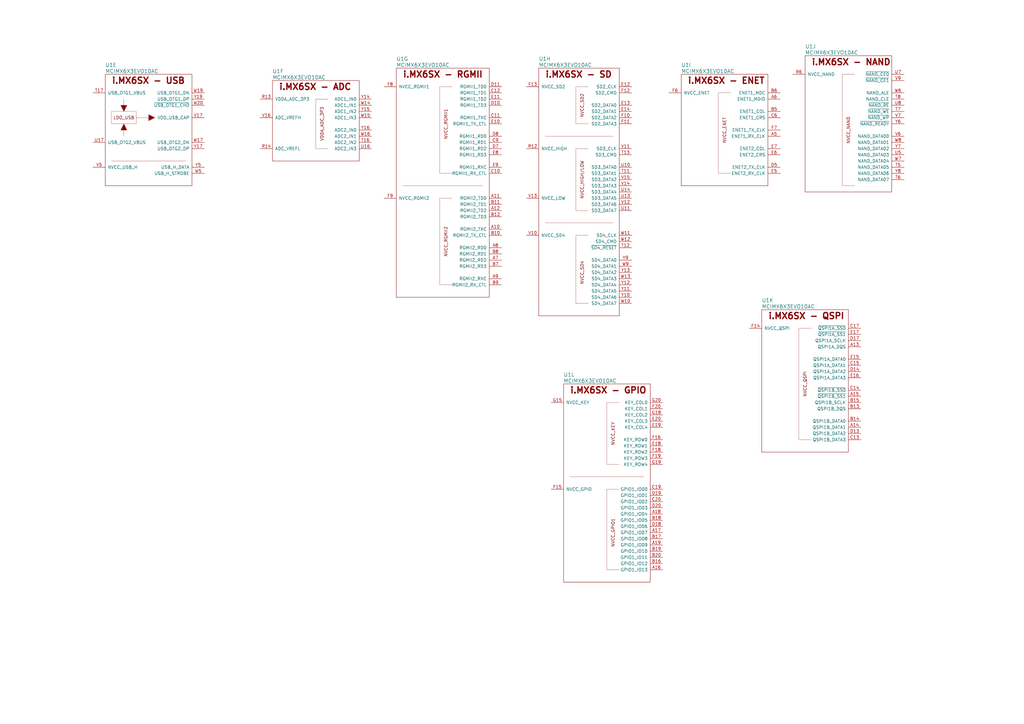
<source format=kicad_sch>
(kicad_sch (version 20210126) (generator eeschema)
  (paper "A3")
  (lib_symbols
    (symbol "symbol:iMX6SoloX_17x17_NP_BGA400" (pin_names (offset 1.016))
      (property "Reference" "U" (at 5.08 6.35 0))
      (property "Value" "iMX6SoloX_17x17_NP_BGA400" (at 5.08 3.81 0))
      (symbol "iMX6SoloX_17x17_NP_BGA400_1_0"
        (text "i.MX6SX - POWER" (at 7.62 0 0) (effects (font (size 2.54 2.54) bold) (justify left)))
        (text "LDO_1P1" (at 35.56 -78.74 0) (effects (font (size 1.27 1.27))))
        (text "LDO_2P5" (at 35.56 -71.12 0) (effects (font (size 1.27 1.27))))
        (text "LDO_ARM" (at 33.02 -10.16 0) (effects (font (size 1.27 1.27))))
        (text "LDO_PCIE" (at 35.56 -63.5 0) (effects (font (size 1.27 1.27))))
        (text "LDO_SNSV" (at 35.56 -86.36 0) (effects (font (size 1.27 1.27))))
        (text "LDO_SOC" (at 33.02 -35.56 0) (effects (font (size 1.27 1.27))))
        (rectangle (start 27.94 -33.02) (end 38.1 -38.1) (stroke (width 0.0006)))
        (rectangle (start 27.94 -7.62) (end 38.1 -12.7) (stroke (width 0.0006)))
        (rectangle (start 30.48 -83.82) (end 40.64 -88.9) (stroke (width 0.0006)))
        (rectangle (start 30.48 -76.2) (end 40.64 -81.28) (stroke (width 0.0006)))
        (rectangle (start 30.48 -68.58) (end 40.64 -73.66) (stroke (width 0.0006)))
        (rectangle (start 30.48 -60.96) (end 40.64 -66.04) (stroke (width 0.0006)))
        (polyline (pts (xy 20.32 -86.36) (xy 30.48 -86.36)) (stroke (width 0.0006)))
        (polyline (pts (xy 20.32 -71.12) (xy 30.48 -71.12)) (stroke (width 0.0006)))
        (polyline (pts (xy 20.32 -35.56) (xy 27.94 -35.56)) (stroke (width 0.0006)))
        (polyline (pts (xy 20.32 -10.16) (xy 27.94 -10.16)) (stroke (width 0.0006)))
        (polyline (pts (xy 22.86 -78.74) (xy 22.86 -71.12)) (stroke (width 0.0006)))
        (polyline (pts (xy 22.86 -78.74) (xy 30.48 -78.74)) (stroke (width 0.0006)))
        (polyline (pts (xy 22.86 -63.5) (xy 22.86 -35.56)) (stroke (width 0.0006)))
        (polyline (pts (xy 22.86 -63.5) (xy 30.48 -63.5)) (stroke (width 0.0006)))
        (polyline (pts (xy 38.1 -35.56) (xy 45.72 -35.56)) (stroke (width 0.0006)))
        (polyline (pts (xy 38.1 -10.16) (xy 45.72 -10.16)) (stroke (width 0.0006)))
        (polyline (pts (xy 40.64 -86.36) (xy 48.26 -86.36)) (stroke (width 0.0006)))
        (polyline (pts (xy 40.64 -78.74) (xy 48.26 -78.74)) (stroke (width 0.0006)))
        (polyline (pts (xy 40.64 -71.12) (xy 45.72 -71.12)) (stroke (width 0.0006)))
        (polyline (pts (xy 40.64 -63.5) (xy 48.26 -63.5)) (stroke (width 0.0006)))
        (polyline (pts (xy 17.78 -66.04) (xy 20.32 -66.04) (xy 20.32 -76.2) (xy 17.78 -76.2)) (stroke (width 0.0006)))
        (polyline (pts (xy 17.78 -27.94) (xy 20.32 -27.94) (xy 20.32 -48.26) (xy 17.78 -48.26)) (stroke (width 0.0006)))
        (polyline (pts (xy 17.78 -5.08) (xy 20.32 -5.08) (xy 20.32 -17.78) (xy 17.78 -17.78)) (stroke (width 0.0006)))
        (polyline (pts (xy 48.26 -68.58) (xy 45.72 -68.58) (xy 45.72 -73.66) (xy 48.26 -73.66)) (stroke (width 0.0006)))
        (polyline (pts (xy 48.26 -27.94) (xy 45.72 -27.94) (xy 45.72 -58.42) (xy 48.26 -58.42)) (stroke (width 0.0006)))
        (polyline (pts (xy 48.26 -2.54) (xy 45.72 -2.54) (xy 45.72 -22.86) (xy 48.26 -22.86)) (stroke (width 0.0006)))
        (polyline (pts (xy 25.4 -34.29) (xy 27.94 -35.56) (xy 25.4 -36.83) (xy 25.4 -34.29)) (stroke (width 0.0006)) (fill (type outline)))
        (polyline (pts (xy 25.4 -8.89) (xy 27.94 -10.16) (xy 25.4 -11.43) (xy 25.4 -8.89)) (stroke (width 0.0006)) (fill (type outline)))
        (polyline (pts (xy 27.94 -85.09) (xy 30.48 -86.36) (xy 27.94 -87.63) (xy 27.94 -85.09)) (stroke (width 0.0006)) (fill (type outline)))
        (polyline (pts (xy 27.94 -77.47) (xy 30.48 -78.74) (xy 27.94 -80.01) (xy 27.94 -77.47)) (stroke (width 0.0006)) (fill (type outline)))
        (polyline (pts (xy 27.94 -69.85) (xy 30.48 -71.12) (xy 27.94 -72.39) (xy 27.94 -69.85)) (stroke (width 0.0006)) (fill (type outline)))
        (polyline (pts (xy 27.94 -62.23) (xy 30.48 -63.5) (xy 27.94 -64.77) (xy 27.94 -62.23)) (stroke (width 0.0006)) (fill (type outline)))
        (polyline (pts (xy 45.72 -71.12) (xy 43.18 -69.85) (xy 43.18 -72.39) (xy 45.72 -71.12)) (stroke (width 0.0006)) (fill (type outline)))
        (polyline (pts (xy 45.72 -35.56) (xy 43.18 -34.29) (xy 43.18 -36.83) (xy 45.72 -35.56)) (stroke (width 0.0006)) (fill (type outline)))
        (polyline (pts (xy 45.72 -10.16) (xy 43.18 -8.89) (xy 43.18 -11.43) (xy 45.72 -10.16)) (stroke (width 0.0006)) (fill (type outline)))
        (polyline (pts (xy 48.26 -86.36) (xy 45.72 -85.09) (xy 45.72 -87.63) (xy 48.26 -86.36)) (stroke (width 0.0006)) (fill (type outline)))
        (polyline (pts (xy 48.26 -63.5) (xy 45.72 -62.23) (xy 45.72 -64.77) (xy 48.26 -63.5)) (stroke (width 0.0006)) (fill (type outline)))
        (polyline (pts (xy 50.8 -78.74) (xy 48.26 -77.47) (xy 48.26 -80.01) (xy 50.8 -78.74)) (stroke (width 0.0006)) (fill (type outline)))
      )
      (symbol "iMX6SoloX_17x17_NP_BGA400_1_1"
        (rectangle (start 5.08 2.54) (end 63.5 -182.88))
        (pin passive line (at 0 -93.98 0) (length 5.08) (name "GND") (number "A1"))
        (pin passive line (at 0 -96.52 0) (length 5.08) (name "GND") (number "A20"))
        (pin passive line (at 68.58 -2.54 180) (length 5.08) (name "VDD_ARM_CAP") (number "C16"))
        (pin passive line (at 0 -104.14 0) (length 5.08) (name "GND") (number "C18"))
        (pin passive line (at 0 -99.06 0) (length 5.08) (name "GND") (number "C3"))
        (pin passive line (at 0 -101.6 0) (length 5.08) (name "GND") (number "C4"))
        (pin passive line (at 0 -27.94 0) (length 5.08) (name "VDD_SOC_IN") (number "C7"))
        (pin passive line (at 0 -30.48 0) (length 5.08) (name "VDD_SOC_IN") (number "C8"))
        (pin passive line (at 0 -111.76 0) (length 5.08) (name "GND") (number "D12"))
        (pin passive line (at 0 -114.3 0) (length 5.08) (name "GND") (number "D15"))
        (pin passive line (at 68.58 -5.08 180) (length 5.08) (name "VDD_ARM_CAP") (number "D16"))
        (pin passive line (at 0 -106.68 0) (length 5.08) (name "GND") (number "D6"))
        (pin passive line (at 0 -109.22 0) (length 5.08) (name "GND") (number "D9"))
        (pin passive line (at 0 -116.84 0) (length 5.08) (name "GND") (number "E3"))
        (pin passive line (at 0 -124.46 0) (length 5.08) (name "GND") (number "F17"))
        (pin passive line (at 0 -119.38 0) (length 5.08) (name "GND") (number "F3"))
        (pin passive line (at 0 -121.92 0) (length 5.08) (name "GND") (number "F5"))
        (pin passive line (at 0 -134.62 0) (length 5.08) (name "GND") (number "G10"))
        (pin passive line (at 0 -137.16 0) (length 5.08) (name "GND") (number "G11"))
        (pin passive line (at 0 -139.7 0) (length 5.08) (name "GND") (number "G12"))
        (pin passive line (at 0 -142.24 0) (length 5.08) (name "GND") (number "G13"))
        (pin passive line (at 0 -144.78 0) (length 5.08) (name "GND") (number "G14"))
        (pin passive line (at 0 -127 0) (length 5.08) (name "GND") (number "G7"))
        (pin passive line (at 0 -129.54 0) (length 5.08) (name "GND") (number "G8"))
        (pin passive line (at 0 -132.08 0) (length 5.08) (name "GND") (number "G9"))
        (pin passive line (at 68.58 -7.62 180) (length 5.08) (name "VDD_ARM_CAP") (number "H10"))
        (pin passive line (at 68.58 -10.16 180) (length 5.08) (name "VDD_ARM_CAP") (number "H11"))
        (pin passive line (at 68.58 -12.7 180) (length 5.08) (name "VDD_ARM_CAP") (number "H12"))
        (pin passive line (at 68.58 -15.24 180) (length 5.08) (name "VDD_ARM_CAP") (number "H13"))
        (pin passive line (at 0 -152.4 0) (length 5.08) (name "GND") (number "H14"))
        (pin passive line (at 0 -5.08 0) (length 5.08) (name "VDD_ARM_IN") (number "H18"))
        (pin passive line (at 0 -147.32 0) (length 5.08) (name "GND") (number "H3"))
        (pin passive line (at 0 -149.86 0) (length 5.08) (name "GND") (number "H7"))
        (pin passive line (at 68.58 -27.94 180) (length 5.08) (name "VDD_SOC_CAP") (number "H8"))
        (pin passive line (at 68.58 -30.48 180) (length 5.08) (name "VDD_SOC_CAP") (number "H9"))
        (pin passive line (at 0 -7.62 0) (length 5.08) (name "VDD_ARM_IN") (number "J10"))
        (pin passive line (at 0 -10.16 0) (length 5.08) (name "VDD_ARM_IN") (number "J11"))
        (pin passive line (at 0 -12.7 0) (length 5.08) (name "VDD_ARM_IN") (number "J12"))
        (pin passive line (at 68.58 -17.78 180) (length 5.08) (name "VDD_ARM_CAP") (number "J13"))
        (pin passive line (at 0 -157.48 0) (length 5.08) (name "GND") (number "J14"))
        (pin passive line (at 0 -160.02 0) (length 5.08) (name "GND") (number "J17"))
        (pin passive line (at 0 -154.94 0) (length 5.08) (name "GND") (number "J7"))
        (pin passive line (at 68.58 -33.02 180) (length 5.08) (name "VDD_SOC_CAP") (number "J8"))
        (pin passive line (at 0 -33.02 0) (length 5.08) (name "VDD_SOC_IN") (number "J9"))
        (pin passive line (at 0 -165.1 0) (length 5.08) (name "GND") (number "K10"))
        (pin passive line (at 0 -167.64 0) (length 5.08) (name "GND") (number "K11"))
        (pin passive line (at 0 -15.24 0) (length 5.08) (name "VDD_ARM_IN") (number "K12"))
        (pin passive line (at 68.58 -20.32 180) (length 5.08) (name "VDD_ARM_CAP") (number "K13"))
        (pin passive line (at 0 -170.18 0) (length 5.08) (name "GND") (number "K14"))
        (pin passive line (at 0 -162.56 0) (length 5.08) (name "GND") (number "K3"))
        (pin passive line (at 68.58 -35.56 180) (length 5.08) (name "VDD_SOC_CAP") (number "K8"))
        (pin passive line (at 0 -35.56 0) (length 5.08) (name "VDD_SOC_IN") (number "K9"))
        (pin passive line (at 0 -177.8 0) (length 5.08) (name "GND") (number "L10"))
        (pin passive line (at 68.58 -93.98 180) (length 5.08) (name "GND") (number "L11"))
        (pin passive line (at 0 -17.78 0) (length 5.08) (name "VDD_ARM_IN") (number "L12"))
        (pin passive line (at 68.58 -22.86 180) (length 5.08) (name "VDD_ARM_CAP") (number "L13"))
        (pin passive line (at 68.58 -96.52 180) (length 5.08) (name "GND") (number "L14"))
        (pin passive line (at 68.58 -63.5 180) (length 5.08) (name "PCIE_VP_CAP") (number "L18"))
        (pin passive line (at 0 -172.72 0) (length 5.08) (name "GND") (number "L3"))
        (pin passive line (at 0 -175.26 0) (length 5.08) (name "GND") (number "L7"))
        (pin passive line (at 68.58 -38.1 180) (length 5.08) (name "VDD_SOC_CAP") (number "L8"))
        (pin passive line (at 0 -38.1 0) (length 5.08) (name "VDD_SOC_IN") (number "L9"))
        (pin passive line (at 0 -43.18 0) (length 5.08) (name "VDD_SOC_IN") (number "M10"))
        (pin passive line (at 0 -45.72 0) (length 5.08) (name "VDD_SOC_IN") (number "M11"))
        (pin passive line (at 0 -48.26 0) (length 5.08) (name "VDD_SOC_IN") (number "M12"))
        (pin passive line (at 68.58 -43.18 180) (length 5.08) (name "VDD_SOC_CAP") (number "M13"))
        (pin passive line (at 68.58 -101.6 180) (length 5.08) (name "GND") (number "M14"))
        (pin passive line (at 68.58 -104.14 180) (length 5.08) (name "GND") (number "M17"))
        (pin passive line (at 68.58 -99.06 180) (length 5.08) (name "GND") (number "M7"))
        (pin passive line (at 68.58 -40.64 180) (length 5.08) (name "VDD_SOC_CAP") (number "M8"))
        (pin passive line (at 0 -40.64 0) (length 5.08) (name "VDD_SOC_IN") (number "M9"))
        (pin passive line (at 68.58 -50.8 180) (length 5.08) (name "VDD_SOC_CAP") (number "N10"))
        (pin passive line (at 68.58 -53.34 180) (length 5.08) (name "VDD_SOC_CAP") (number "N11"))
        (pin passive line (at 68.58 -55.88 180) (length 5.08) (name "VDD_SOC_CAP") (number "N12"))
        (pin passive line (at 68.58 -111.76 180) (length 5.08) (name "GND") (number "N13"))
        (pin passive line (at 68.58 -68.58 180) (length 5.08) (name "VDD_HIGH_CAP") (number "N17"))
        (pin passive line (at 68.58 -73.66 180) (length 5.08) (name "VDD_HIGH_CAP") (number "N18"))
        (pin passive line (at 68.58 -106.68 180) (length 5.08) (name "GND") (number "N3"))
        (pin passive line (at 68.58 -109.22 180) (length 5.08) (name "GND") (number "N7"))
        (pin passive line (at 68.58 -45.72 180) (length 5.08) (name "VDD_SOC_CAP") (number "N8"))
        (pin passive line (at 68.58 -48.26 180) (length 5.08) (name "VDD_SOC_CAP") (number "N9"))
        (pin passive line (at 68.58 -121.92 180) (length 5.08) (name "GND") (number "P10"))
        (pin passive line (at 68.58 -124.46 180) (length 5.08) (name "GND") (number "P11"))
        (pin passive line (at 68.58 -127 180) (length 5.08) (name "GND") (number "P12"))
        (pin passive line (at 68.58 -177.8 180) (length 5.08) (name "NGND_KEL0") (number "P13"))
        (pin passive line (at 0 -68.58 0) (length 5.08) (name "VDD_HIGH_IN") (number "P17"))
        (pin passive line (at 0 -73.66 0) (length 5.08) (name "VDD_HIGH_IN") (number "P18"))
        (pin passive line (at 68.58 -114.3 180) (length 5.08) (name "GND") (number "P7"))
        (pin passive line (at 68.58 -116.84 180) (length 5.08) (name "GND") (number "P8"))
        (pin passive line (at 68.58 -119.38 180) (length 5.08) (name "GND") (number "P9"))
        (pin passive line (at 68.58 -134.62 180) (length 5.08) (name "GND") (number "R17"))
        (pin passive line (at 0 -86.36 0) (length 5.08) (name "VDD_SNVS_IN") (number "R18"))
        (pin passive line (at 68.58 -137.16 180) (length 5.08) (name "GND") (number "R19"))
        (pin passive line (at 68.58 -139.7 180) (length 5.08) (name "GND") (number "R20"))
        (pin passive line (at 68.58 -129.54 180) (length 5.08) (name "GND") (number "R3"))
        (pin passive line (at 68.58 -132.08 180) (length 5.08) (name "GND") (number "R5"))
        (pin passive line (at 68.58 -86.36 180) (length 5.08) (name "VDD_SNVS_CAP") (number "T18"))
        (pin passive line (at 68.58 -142.24 180) (length 5.08) (name "GND") (number "T3"))
        (pin passive line (at 68.58 -149.86 180) (length 5.08) (name "GND") (number "U12"))
        (pin passive line (at 68.58 -152.4 180) (length 5.08) (name "GND") (number "U15"))
        (pin passive line (at 68.58 -78.74 180) (length 5.08) (name "NVCC_PLL") (number "U18"))
        (pin passive line (at 68.58 -154.94 180) (length 5.08) (name "GND") (number "U19"))
        (pin passive line (at 68.58 -157.48 180) (length 5.08) (name "GND") (number "U20"))
        (pin passive line (at 68.58 -144.78 180) (length 5.08) (name "GND") (number "U6"))
        (pin passive line (at 68.58 -147.32 180) (length 5.08) (name "GND") (number "U9"))
        (pin passive line (at 68.58 -165.1 180) (length 5.08) (name "GND") (number "V18"))
        (pin passive line (at 68.58 -160.02 180) (length 5.08) (name "GND") (number "V3"))
        (pin passive line (at 68.58 -162.56 180) (length 5.08) (name "GND") (number "V4"))
        (pin passive line (at 68.58 -58.42 180) (length 5.08) (name "VDD_SOC_CAP") (number "V8"))
        (pin passive line (at 68.58 -167.64 180) (length 5.08) (name "GND") (number "W18"))
        (pin passive line (at 68.58 -170.18 180) (length 5.08) (name "GND") (number "Y1"))
        (pin passive line (at 68.58 -172.72 180) (length 5.08) (name "GND") (number "Y18"))
        (pin passive line (at 68.58 -175.26 180) (length 5.08) (name "GND") (number "Y20"))
      )
      (symbol "iMX6SoloX_17x17_NP_BGA400_2_0"
        (text "i.MX6SX - CONTROL" (at 7.62 0 0) (effects (font (size 2.54 2.54) bold) (justify left)))
        (polyline (pts (xy 15.24 -50.8) (xy 20.32 -50.8) (xy 20.32 -66.04) (xy 15.24 -66.04)) (stroke (width 0.0006)))
        (polyline (pts (xy 15.24 -38.1) (xy 20.32 -38.1) (xy 20.32 -48.26) (xy 15.24 -48.26)) (stroke (width 0.0006)))
        (polyline (pts (xy 25.4 -5.08) (xy 30.48 -5.08) (xy 30.48 -33.02) (xy 25.4 -33.02)) (stroke (width 0.0006)))
        (polyline (pts (xy 38.1 -50.8) (xy 33.02 -50.8) (xy 33.02 -66.04) (xy 38.1 -66.04)) (stroke (width 0.0006)))
        (polyline (pts (xy 38.1 -25.4) (xy 33.02 -25.4) (xy 33.02 -40.64) (xy 38.1 -40.64)) (stroke (width 0.0006)))
        (polyline (pts (xy 38.1 -10.16) (xy 33.02 -10.16) (xy 33.02 -22.86) (xy 38.1 -22.86)) (stroke (width 0.0006)))
      )
      (symbol "iMX6SoloX_17x17_NP_BGA400_2_1"
        (text "NVCC_JTAG" (at 35.56 -16.51 900) (effects (font (size 1.27 1.27))))
        (text "NVCC_PLL" (at 17.78 -43.18 900) (effects (font (size 1.27 1.27))))
        (text "VDD_NVCC_CAP" (at 17.78 -58.42 900) (effects (font (size 1.27 1.27))))
        (text "VDD_SNVS_IN" (at 27.94 -17.78 900) (effects (font (size 1.27 1.27))))
        (text "VDDHIGH_CAP" (at 35.56 -33.02 900) (effects (font (size 1.27 1.27))))
        (text "VDDHIGH_IN" (at 35.56 -58.42 900) (effects (font (size 1.27 1.27))))
        (rectangle (start 5.08 2.54) (end 50.8 -68.58))
        (pin passive line (at 0 -20.32 0) (length 5.08) (name "TEST_MODE") (number "N14"))
        (pin passive line (at 0 -12.7 0) (length 5.08) (name "BOOT_MODE0") (number "N15"))
        (pin passive line (at 0 -30.48 0) (length 5.08) (name "CCM_PMIC_STBY_REQ") (number "N16"))
        (pin passive line (at 0 -15.24 0) (length 5.08) (name "BOOT_MODE1") (number "P14"))
        (pin passive line (at 0 -25.4 0) (length 5.08) (name "SNVS_TAMPER") (number "P15"))
        (pin passive line (at 0 -33.02 0) (length 5.08) (name "SNVS_PMIC_ON_REQ") (number "P16"))
        (pin passive line (at 55.88 -30.48 180) (length 5.08) (name "CCM_CLK1_N") (number "P19"))
        (pin passive line (at 55.88 -35.56 180) (length 5.08) (name "CCM_CLK1_P") (number "P20"))
        (pin passive line (at 55.88 -15.24 180) (length 5.08) (name "JTAG_TDI") (number "R10"))
        (pin passive line (at 55.88 -5.08 180) (length 5.08) (name "NVCC_JTAG") (number "R11"))
        (pin passive line (at 0 -5.08 0) (length 5.08) (name "ONOFF") (number "R15"))
        (pin passive line (at 0 -7.62 0) (length 5.08) (name "~POR") (number "R16"))
        (pin passive line (at 55.88 -22.86 180) (length 5.08) (name "JTAG_MOD") (number "R7"))
        (pin passive line (at 55.88 -17.78 180) (length 5.08) (name "JTAG_TDO") (number "R8"))
        (pin passive line (at 55.88 -10.16 180) (length 5.08) (name "JTAG_TCK") (number "R9"))
        (pin passive line (at 55.88 -12.7 180) (length 5.08) (name "JTAG_TMS") (number "T10"))
        (pin passive line (at 55.88 -53.34 180) (length 5.08) (name "CCM_CLK2") (number "T14"))
        (pin passive line (at 55.88 -63.5 180) (length 5.08) (name "GPANAIO") (number "T15"))
        (pin passive line (at 0 -40.64 0) (length 5.08) (name "XTALI") (number "T19"))
        (pin passive line (at 0 -45.72 0) (length 5.08) (name "XTALO") (number "T20"))
        (pin passive line (at 55.88 -20.32 180) (length 5.08) (name "~JTAG_TRST") (number "T9"))
        (pin passive line (at 0 -55.88 0) (length 5.08) (name "RTC_XTALI") (number "V19"))
        (pin passive line (at 0 -60.96 0) (length 5.08) (name "RTC_XTALO") (number "V20"))
      )
      (symbol "iMX6SoloX_17x17_NP_BGA400_3_0"
        (text "i.MX6SX - DDR" (at 7.62 0 0) (effects (font (size 2.54 2.54) bold) (justify left)))
      )
      (symbol "iMX6SoloX_17x17_NP_BGA400_3_1"
        (rectangle (start 5.08 2.54) (end 40.64 -149.86))
        (pin passive line (at 0 -96.52 0) (length 5.08) (name "DRAM_DATA24") (number "A2"))
        (pin passive line (at 0 -121.92 0) (length 5.08) (name "DRAM_DQM3") (number "A3"))
        (pin passive line (at 0 -114.3 0) (length 5.08) (name "DRAM_DATA31") (number "A4"))
        (pin passive line (at 0 -116.84 0) (length 5.08) (name "DRAM_SDQS3_P") (number "B1"))
        (pin passive line (at 0 -119.38 0) (length 5.08) (name "DRAM_SDQS3_N") (number "B2"))
        (pin passive line (at 0 -109.22 0) (length 5.08) (name "DRAM_DATA29") (number "B3"))
        (pin passive line (at 0 -111.76 0) (length 5.08) (name "DRAM_DATA30") (number "B4"))
        (pin passive line (at 0 -101.6 0) (length 5.08) (name "DRAM_DATA26") (number "C1"))
        (pin passive line (at 0 -106.68 0) (length 5.08) (name "DRAM_DATA28") (number "C2"))
        (pin passive line (at 45.72 -144.78 180) (length 5.08) (name "DRAM_ZQPAD") (number "C5"))
        (pin passive line (at 0 -99.06 0) (length 5.08) (name "DRAM_DATA25") (number "D1"))
        (pin passive line (at 0 -104.14 0) (length 5.08) (name "DRAM_DATA27") (number "D2"))
        (pin passive line (at 45.72 -66.04 180) (length 5.08) (name "~DRAM_CS1") (number "D3"))
        (pin passive line (at 45.72 -106.68 180) (length 5.08) (name "DRAM_RESET") (number "D4"))
        (pin passive line (at 0 -53.34 0) (length 5.08) (name "DRAM_DATA15") (number "E1"))
        (pin passive line (at 0 -50.8 0) (length 5.08) (name "DRAM_DATA14") (number "E2"))
        (pin passive line (at 45.72 -88.9 180) (length 5.08) (name "DRAM_SDCKE1") (number "E4"))
        (pin passive line (at 0 -48.26 0) (length 5.08) (name "DRAM_DATA13") (number "F1"))
        (pin passive line (at 0 -38.1 0) (length 5.08) (name "DRAM_DATA09") (number "F2"))
        (pin passive line (at 45.72 -22.86 180) (length 5.08) (name "DRAM_ADDR07") (number "F4"))
        (pin passive line (at 0 -55.88 0) (length 5.08) (name "DRAM_SDQS1_P") (number "G1"))
        (pin passive line (at 0 -60.96 0) (length 5.08) (name "DRAM_DQM1") (number "G2"))
        (pin passive line (at 45.72 -48.26 180) (length 5.08) (name "DRAM_SDBA0") (number "G3"))
        (pin passive line (at 45.72 -17.78 180) (length 5.08) (name "DRAM_ADDR05") (number "G4"))
        (pin passive line (at 45.72 -12.7 180) (length 5.08) (name "DRAM_ADDR03") (number "G5"))
        (pin passive line (at 0 -127 0) (length 5.08) (name "NVCC_DRAM") (number "G6"))
        (pin passive line (at 0 -35.56 0) (length 5.08) (name "DRAM_DATA08") (number "H1"))
        (pin passive line (at 0 -58.42 0) (length 5.08) (name "DRAM_SDQS1_N") (number "H2"))
        (pin passive line (at 45.72 -63.5 180) (length 5.08) (name "~DRAM_CS0") (number "H4"))
        (pin passive line (at 45.72 -73.66 180) (length 5.08) (name "~DRAM_RAS") (number "H5"))
        (pin passive line (at 0 -129.54 0) (length 5.08) (name "NVCC_DRAM") (number "H6"))
        (pin passive line (at 0 -45.72 0) (length 5.08) (name "DRAM_DATA12") (number "J1"))
        (pin passive line (at 0 -43.18 0) (length 5.08) (name "DRAM_DATA11") (number "J2"))
        (pin passive line (at 45.72 -137.16 180) (length 5.08) (name "DRAM_VREF") (number "J3"))
        (pin passive line (at 45.72 -76.2 180) (length 5.08) (name "~DRAM_CAS") (number "J4"))
        (pin passive line (at 45.72 -78.74 180) (length 5.08) (name "~DRAM_SDWE") (number "J5"))
        (pin passive line (at 0 -132.08 0) (length 5.08) (name "NVCC_DRAM") (number "J6"))
        (pin passive line (at 45.72 -116.84 180) (length 5.08) (name "DRAM_SDCLK0_P") (number "K1"))
        (pin passive line (at 0 -40.64 0) (length 5.08) (name "DRAM_DATA10") (number "K2"))
        (pin passive line (at 45.72 -53.34 180) (length 5.08) (name "DRAM_SDBA2") (number "K4"))
        (pin passive line (at 45.72 -10.16 180) (length 5.08) (name "DRAM_ADDR02") (number "K5"))
        (pin passive line (at 0 -134.62 0) (length 5.08) (name "NVCC_DRAM") (number "K6"))
        (pin passive line (at 45.72 -127 180) (length 5.08) (name "NVCC_DRAM_2P5") (number "K7"))
        (pin passive line (at 45.72 -119.38 180) (length 5.08) (name "DRAM_SDCLK0_N") (number "L1"))
        (pin passive line (at 0 -20.32 0) (length 5.08) (name "DRAM_DATA06") (number "L2"))
        (pin passive line (at 45.72 -5.08 180) (length 5.08) (name "DRAM_ADDR00") (number "L4"))
        (pin passive line (at 45.72 -27.94 180) (length 5.08) (name "DRAM_ADDR09") (number "L5"))
        (pin passive line (at 0 -137.16 0) (length 5.08) (name "NVCC_DRAM") (number "L6"))
        (pin passive line (at 0 -15.24 0) (length 5.08) (name "DRAM_DATA04") (number "M1"))
        (pin passive line (at 0 -17.78 0) (length 5.08) (name "DRAM_DATA05") (number "M2"))
        (pin passive line (at 45.72 -15.24 180) (length 5.08) (name "DRAM_ADDR04") (number "M3"))
        (pin passive line (at 45.72 -38.1 180) (length 5.08) (name "DRAM_ADDR13") (number "M4"))
        (pin passive line (at 45.72 -25.4 180) (length 5.08) (name "DRAM_ADDR08") (number "M5"))
        (pin passive line (at 0 -139.7 0) (length 5.08) (name "NVCC_DRAM") (number "M6"))
        (pin passive line (at 0 -22.86 0) (length 5.08) (name "DRAM_DATA07") (number "N1"))
        (pin passive line (at 0 -30.48 0) (length 5.08) (name "DRAM_DQM0") (number "N2"))
        (pin passive line (at 45.72 -33.02 180) (length 5.08) (name "DRAM_ADDR11") (number "N4"))
        (pin passive line (at 45.72 -30.48 180) (length 5.08) (name "DRAM_ADDR10") (number "N5"))
        (pin passive line (at 0 -142.24 0) (length 5.08) (name "NVCC_DRAM") (number "N6"))
        (pin passive line (at 0 -25.4 0) (length 5.08) (name "DRAM_SDQS0_P") (number "P1"))
        (pin passive line (at 0 -27.94 0) (length 5.08) (name "DRAM_SDQS0_N") (number "P2"))
        (pin passive line (at 45.72 -50.8 180) (length 5.08) (name "DRAM_SDBA1") (number "P3"))
        (pin passive line (at 45.72 -35.56 180) (length 5.08) (name "DRAM_ADDR12") (number "P4"))
        (pin passive line (at 45.72 -86.36 180) (length 5.08) (name "DRAM_SDCKE0") (number "P5"))
        (pin passive line (at 0 -144.78 0) (length 5.08) (name "NVCC_DRAM") (number "P6"))
        (pin passive line (at 0 -5.08 0) (length 5.08) (name "DRAM_DATA00") (number "R1"))
        (pin passive line (at 0 -12.7 0) (length 5.08) (name "DRAM_DATA03") (number "R2"))
        (pin passive line (at 45.72 -40.64 180) (length 5.08) (name "DRAM_ADDR14") (number "R4"))
        (pin passive line (at 0 -10.16 0) (length 5.08) (name "DRAM_DATA02") (number "T1"))
        (pin passive line (at 0 -7.62 0) (length 5.08) (name "DRAM_DATA01") (number "T2"))
        (pin passive line (at 45.72 -20.32 180) (length 5.08) (name "DRAM_ADDR06") (number "T4"))
        (pin passive line (at 0 -81.28 0) (length 5.08) (name "DRAM_DATA22") (number "U1"))
        (pin passive line (at 0 -73.66 0) (length 5.08) (name "DRAM_DATA19") (number "U2"))
        (pin passive line (at 45.72 -93.98 180) (length 5.08) (name "DRAM_ODT0") (number "U3"))
        (pin passive line (at 45.72 -7.62 180) (length 5.08) (name "DRAM_ADDR01") (number "U4"))
        (pin passive line (at 0 -66.04 0) (length 5.08) (name "DRAM_DATA16") (number "V1"))
        (pin passive line (at 0 -83.82 0) (length 5.08) (name "DRAM_DATA23") (number "V2"))
        (pin passive line (at 0 -88.9 0) (length 5.08) (name "DRAM_SDQS2_N") (number "W1"))
        (pin passive line (at 0 -86.36 0) (length 5.08) (name "DRAM_SDQS2_P") (number "W2"))
        (pin passive line (at 0 -76.2 0) (length 5.08) (name "DRAM_DATA20") (number "W3"))
        (pin passive line (at 0 -68.58 0) (length 5.08) (name "DRAM_DATA17") (number "W4"))
        (pin passive line (at 0 -78.74 0) (length 5.08) (name "DRAM_DATA21") (number "Y2"))
        (pin passive line (at 0 -91.44 0) (length 5.08) (name "DRAM_DQM2") (number "Y3"))
        (pin passive line (at 0 -71.12 0) (length 5.08) (name "DRAM_DATA18") (number "Y4"))
      )
      (symbol "iMX6SoloX_17x17_NP_BGA400_4_0"
        (text "i.MX6SX - LCD1" (at 7.62 0 0) (effects (font (size 2.54 2.54) bold) (justify left)))
        (polyline (pts (xy 25.4 -5.08) (xy 20.32 -5.08) (xy 20.32 -81.28) (xy 25.4 -81.28)) (stroke (width 0.0006)))
      )
      (symbol "iMX6SoloX_17x17_NP_BGA400_4_1"
        (text "NVCC_LCD1" (at 22.86 -40.64 900) (effects (font (size 1.27 1.27))))
        (rectangle (start 5.08 2.54) (end 40.64 -86.36))
        (pin passive line (at 45.72 -81.28 180) (length 5.08) (name "LCD1_DATA23") (number "G16"))
        (pin passive line (at 45.72 -76.2 180) (length 5.08) (name "LCD1_DATA21") (number "G17"))
        (pin passive line (at 0 -5.08 0) (length 5.08) (name "NVCC_LCD1") (number "H15"))
        (pin passive line (at 45.72 -60.96 180) (length 5.08) (name "LCD1_DATA15") (number "H16"))
        (pin passive line (at 45.72 -73.66 180) (length 5.08) (name "LCD1_DATA20") (number "H17"))
        (pin passive line (at 45.72 -78.74 180) (length 5.08) (name "LCD1_DATA22") (number "H19"))
        (pin passive line (at 45.72 -63.5 180) (length 5.08) (name "LCD1_DATA16") (number "H20"))
        (pin passive line (at 45.72 -15.24 180) (length 5.08) (name "LCD1_VSYNC") (number "J15"))
        (pin passive line (at 45.72 -12.7 180) (length 5.08) (name "LCD1_HSYNC") (number "J16"))
        (pin passive line (at 45.72 -17.78 180) (length 5.08) (name "LCD1_RESET") (number "J18"))
        (pin passive line (at 45.72 -10.16 180) (length 5.08) (name "LCD1_ENABLE") (number "J19"))
        (pin passive line (at 45.72 -71.12 180) (length 5.08) (name "LCD1_DATA19") (number "J20"))
        (pin passive line (at 45.72 -55.88 180) (length 5.08) (name "LCD1_DATA13") (number "K15"))
        (pin passive line (at 45.72 -53.34 180) (length 5.08) (name "LCD1_DATA12") (number "K16"))
        (pin passive line (at 45.72 -58.42 180) (length 5.08) (name "LCD1_DATA14") (number "K17"))
        (pin passive line (at 45.72 -43.18 180) (length 5.08) (name "LCD1_DATA08") (number "K18"))
        (pin passive line (at 45.72 -66.04 180) (length 5.08) (name "LCD1_DATA17") (number "K19"))
        (pin passive line (at 45.72 -68.58 180) (length 5.08) (name "LCD1_DATA18") (number "K20"))
        (pin passive line (at 45.72 -50.8 180) (length 5.08) (name "LCD1_DATA11") (number "L15"))
        (pin passive line (at 45.72 -45.72 180) (length 5.08) (name "LCD1_DATA09") (number "L16"))
        (pin passive line (at 45.72 -5.08 180) (length 5.08) (name "LCD1_CLK") (number "L17"))
        (pin passive line (at 45.72 -48.26 180) (length 5.08) (name "LCD1_DATA10") (number "L19"))
        (pin passive line (at 45.72 -40.64 180) (length 5.08) (name "LCD1_DATA07") (number "L20"))
        (pin passive line (at 45.72 -38.1 180) (length 5.08) (name "LCD1_DATA06") (number "M15"))
        (pin passive line (at 45.72 -35.56 180) (length 5.08) (name "LCD1_DATA05") (number "M16"))
        (pin passive line (at 45.72 -25.4 180) (length 5.08) (name "LCD1_DATA01") (number "M18"))
        (pin passive line (at 45.72 -27.94 180) (length 5.08) (name "LCD1_DATA02") (number "M19"))
        (pin passive line (at 45.72 -22.86 180) (length 5.08) (name "LCD1_DATA00") (number "M20"))
        (pin passive line (at 45.72 -30.48 180) (length 5.08) (name "LCD1_DATA03") (number "N19"))
        (pin passive line (at 45.72 -33.02 180) (length 5.08) (name "LCD1_DATA04") (number "N20"))
      )
      (symbol "iMX6SoloX_17x17_NP_BGA400_5_0"
        (text "i.MX6SX - USB" (at 7.62 0 0) (effects (font (size 2.54 2.54) bold) (justify left)))
        (text "LDO_USB" (at 12.7 -15.24 0) (effects (font (size 1.27 1.27))))
        (rectangle (start 7.62 -12.7) (end 17.78 -17.78) (stroke (width 0.0006)))
        (polyline (pts (xy 7.62 -33.02) (xy 38.1 -33.02)) (stroke (width 0.0006)))
        (polyline (pts (xy 12.7 -22.86) (xy 12.7 -17.78)) (stroke (width 0.0006)))
        (polyline (pts (xy 12.7 -7.62) (xy 12.7 -12.7)) (stroke (width 0.0006)))
        (polyline (pts (xy 25.4 -15.24) (xy 17.78 -15.24)) (stroke (width 0.0006)))
        (polyline (pts (xy 11.43 -20.32) (xy 12.7 -17.78) (xy 13.97 -20.32) (xy 11.43 -20.32)) (stroke (width 0.0006)) (fill (type outline)))
        (polyline (pts (xy 11.43 -10.16) (xy 12.7 -12.7) (xy 13.97 -10.16) (xy 11.43 -10.16)) (stroke (width 0.0006)) (fill (type outline)))
        (polyline (pts (xy 22.86 -13.97) (xy 25.4 -15.24) (xy 22.86 -16.51) (xy 22.86 -13.97)) (stroke (width 0.0006)) (fill (type outline)))
      )
      (symbol "iMX6SoloX_17x17_NP_BGA400_5_1"
        (rectangle (start 5.08 2.54) (end 40.64 -43.18))
        (pin passive line (at 0 -5.08 0) (length 5.08) (name "USB_OTG1_VBUS") (number "T17"))
        (pin passive line (at 0 -25.4 0) (length 5.08) (name "USB_OTG2_VBUS") (number "U17"))
        (pin passive line (at 45.72 -15.24 180) (length 5.08) (name "VDD_USB_CAP") (number "V17"))
        (pin passive line (at 0 -35.56 0) (length 5.08) (name "NVCC_USB_H") (number "V5"))
        (pin passive line (at 45.72 -25.4 180) (length 5.08) (name "USB_OTG2_DN") (number "W17"))
        (pin passive line (at 45.72 -5.08 180) (length 5.08) (name "USB_OTG1_DN") (number "W19"))
        (pin passive line (at 45.72 -10.16 180) (length 5.08) (name "~USB_OTG1_CHD") (number "W20"))
        (pin passive line (at 45.72 -38.1 180) (length 5.08) (name "USB_H_STROBE") (number "W5"))
        (pin passive line (at 45.72 -27.94 180) (length 5.08) (name "USB_OTG2_DP") (number "Y17"))
        (pin passive line (at 45.72 -7.62 180) (length 5.08) (name "USB_OTG1_DP") (number "Y19"))
        (pin passive line (at 45.72 -35.56 180) (length 5.08) (name "USB_H_DATA") (number "Y5"))
      )
      (symbol "iMX6SoloX_17x17_NP_BGA400_6_0"
        (text "i.MX6SX - ADC" (at 7.62 0 0) (effects (font (size 2.54 2.54) bold) (justify left)))
        (polyline (pts (xy 27.94 -5.08) (xy 22.86 -5.08) (xy 22.86 -25.4) (xy 27.94 -25.4)) (stroke (width 0.0006)))
      )
      (symbol "iMX6SoloX_17x17_NP_BGA400_6_1"
        (text "VDDA_ADC_3P3" (at 25.4 -15.24 900) (effects (font (size 1.27 1.27))))
        (rectangle (start 5.08 2.54) (end 40.64 -30.48))
        (pin passive line (at 0 -5.08 0) (length 5.08) (name "VDDA_ADC_3P3") (number "R13"))
        (pin passive line (at 0 -25.4 0) (length 5.08) (name "ADC_VREFL") (number "R14"))
        (pin passive line (at 45.72 -22.86 180) (length 5.08) (name "ADC2_IN2") (number "T16"))
        (pin passive line (at 45.72 -25.4 180) (length 5.08) (name "ADC2_IN3") (number "U16"))
        (pin passive line (at 0 -12.7 0) (length 5.08) (name "ADC_VREFH") (number "V16"))
        (pin passive line (at 45.72 -7.62 180) (length 5.08) (name "ADC1_IN1") (number "W14"))
        (pin passive line (at 45.72 -12.7 180) (length 5.08) (name "ADC1_IN3") (number "W15"))
        (pin passive line (at 45.72 -20.32 180) (length 5.08) (name "ADC2_IN1") (number "W16"))
        (pin passive line (at 45.72 -5.08 180) (length 5.08) (name "ADC1_IN0") (number "Y14"))
        (pin passive line (at 45.72 -10.16 180) (length 5.08) (name "ADC1_IN2") (number "Y15"))
        (pin passive line (at 45.72 -17.78 180) (length 5.08) (name "ADC2_IN0") (number "Y16"))
      )
      (symbol "iMX6SoloX_17x17_NP_BGA400_7_0"
        (text "i.MX6SX - RGMII" (at 7.62 0 0) (effects (font (size 2.54 2.54) bold) (justify left)))
        (polyline (pts (xy 27.94 -50.8) (xy 22.86 -50.8) (xy 22.86 -86.36) (xy 27.94 -86.36)) (stroke (width 0.0006)))
        (polyline (pts (xy 27.94 -5.08) (xy 22.86 -5.08) (xy 22.86 -40.64) (xy 27.94 -40.64)) (stroke (width 0.0006)))
      )
      (symbol "iMX6SoloX_17x17_NP_BGA400_7_1"
        (text "NVCC_RGMII1" (at 25.4 -20.32 900) (effects (font (size 1.27 1.27))))
        (text "NVCC_RGMII2" (at 25.4 -68.58 900) (effects (font (size 1.27 1.27))))
        (rectangle (start 5.08 2.54) (end 43.18 -91.44))
        (polyline (pts (xy 7.62 -45.72) (xy 40.64 -45.72)) (stroke (width 0.0006)))
        (pin passive line (at 48.26 -63.5 180) (length 5.08) (name "RGMII2_TXC") (number "A10"))
        (pin passive line (at 48.26 -50.8 180) (length 5.08) (name "RGMII2_TD0") (number "A11"))
        (pin passive line (at 48.26 -55.88 180) (length 5.08) (name "RGMII2_TD2") (number "A12"))
        (pin passive line (at 48.26 -76.2 180) (length 5.08) (name "RGMII2_RD2") (number "A7"))
        (pin passive line (at 48.26 -71.12 180) (length 5.08) (name "RGMII2_RD0") (number "A8"))
        (pin passive line (at 48.26 -83.82 180) (length 5.08) (name "RGMII2_RXC") (number "A9"))
        (pin passive line (at 48.26 -66.04 180) (length 5.08) (name "RGMII2_TX_CTL") (number "B10"))
        (pin passive line (at 48.26 -53.34 180) (length 5.08) (name "RGMII2_TD1") (number "B11"))
        (pin passive line (at 48.26 -58.42 180) (length 5.08) (name "RGMII2_TD3") (number "B12"))
        (pin passive line (at 48.26 -78.74 180) (length 5.08) (name "RGMII2_RD3") (number "B7"))
        (pin passive line (at 48.26 -73.66 180) (length 5.08) (name "RGMII2_RD1") (number "B8"))
        (pin passive line (at 48.26 -86.36 180) (length 5.08) (name "RGMII2_RX_CTL") (number "B9"))
        (pin passive line (at 48.26 -40.64 180) (length 5.08) (name "RGMII1_RX_CTL") (number "C10"))
        (pin passive line (at 48.26 -17.78 180) (length 5.08) (name "RGMII1_TXC") (number "C11"))
        (pin passive line (at 48.26 -7.62 180) (length 5.08) (name "RGMII1_TD1") (number "C12"))
        (pin passive line (at 48.26 -27.94 180) (length 5.08) (name "RGMII1_RD1") (number "C9"))
        (pin passive line (at 48.26 -12.7 180) (length 5.08) (name "RGMII1_TD3") (number "D10"))
        (pin passive line (at 48.26 -5.08 180) (length 5.08) (name "RGMII1_TD0") (number "D11"))
        (pin passive line (at 48.26 -30.48 180) (length 5.08) (name "RGMII1_RD2") (number "D7"))
        (pin passive line (at 48.26 -25.4 180) (length 5.08) (name "RGMII1_RD0") (number "D8"))
        (pin passive line (at 48.26 -20.32 180) (length 5.08) (name "RGMII1_TX_CTL") (number "E10"))
        (pin passive line (at 48.26 -10.16 180) (length 5.08) (name "RGMII1_TD2") (number "E11"))
        (pin passive line (at 48.26 -33.02 180) (length 5.08) (name "RGMII1_RD3") (number "E8"))
        (pin passive line (at 48.26 -38.1 180) (length 5.08) (name "RGMII1_RXC") (number "E9"))
        (pin passive line (at 0 -5.08 0) (length 5.08) (name "NVCC_RGMII1") (number "F8"))
        (pin passive line (at 0 -50.8 0) (length 5.08) (name "NVCC_RGMII2") (number "F9"))
      )
      (symbol "iMX6SoloX_17x17_NP_BGA400_8_0"
        (text "i.MX6SX - SD" (at 7.62 0 0) (effects (font (size 2.54 2.54) bold) (justify left)))
        (polyline (pts (xy 25.4 -66.04) (xy 20.32 -66.04) (xy 20.32 -93.98) (xy 25.4 -93.98)) (stroke (width 0.0006)))
        (polyline (pts (xy 25.4 -30.48) (xy 20.32 -30.48) (xy 20.32 -55.88) (xy 25.4 -55.88)) (stroke (width 0.0006)))
        (polyline (pts (xy 25.4 -5.08) (xy 20.32 -5.08) (xy 20.32 -20.32) (xy 25.4 -20.32)) (stroke (width 0.0006)))
      )
      (symbol "iMX6SoloX_17x17_NP_BGA400_8_1"
        (text "NVCC_HIGH/LOW" (at 22.86 -43.18 900) (effects (font (size 1.27 1.27))))
        (text "NVCC_SD2" (at 22.86 -12.7 900) (effects (font (size 1.27 1.27))))
        (text "NVCC_SD4" (at 22.86 -81.28 900) (effects (font (size 1.27 1.27))))
        (rectangle (start 5.08 2.54) (end 38.1 -99.06))
        (polyline (pts (xy 7.62 -60.96) (xy 35.56 -60.96)) (stroke (width 0.0006)))
        (polyline (pts (xy 7.62 -25.4) (xy 35.56 -25.4)) (stroke (width 0.0006)))
        (pin passive line (at 43.18 -5.08 180) (length 5.08) (name "SD2_CLK") (number "E12"))
        (pin passive line (at 43.18 -12.7 180) (length 5.08) (name "SD2_DATA0") (number "E13"))
        (pin passive line (at 43.18 -15.24 180) (length 5.08) (name "SD2_DATA1") (number "E14"))
        (pin passive line (at 43.18 -17.78 180) (length 5.08) (name "SD2_DATA2") (number "F10"))
        (pin passive line (at 43.18 -20.32 180) (length 5.08) (name "SD2_DATA3") (number "F11"))
        (pin passive line (at 43.18 -7.62 180) (length 5.08) (name "SD2_CMD") (number "F12"))
        (pin passive line (at 0 -5.08 0) (length 5.08) (name "NVCC_SD2") (number "F13"))
        (pin passive line (at 0 -30.48 0) (length 5.08) (name "NVCC_HIGH") (number "R12"))
        (pin passive line (at 43.18 -40.64 180) (length 5.08) (name "SD3_DATA1") (number "T11"))
        (pin passive line (at 43.18 -71.12 180) (length 5.08) (name "~SD4_RESET") (number "T12"))
        (pin passive line (at 43.18 -33.02 180) (length 5.08) (name "SD3_CMD") (number "T13"))
        (pin passive line (at 43.18 -38.1 180) (length 5.08) (name "SD3_DATA0") (number "U10"))
        (pin passive line (at 43.18 -55.88 180) (length 5.08) (name "SD3_DATA7") (number "U11"))
        (pin passive line (at 43.18 -50.8 180) (length 5.08) (name "SD3_DATA5") (number "U13"))
        (pin passive line (at 43.18 -48.26 180) (length 5.08) (name "SD3_DATA4") (number "U14"))
        (pin passive line (at 0 -66.04 0) (length 5.08) (name "NVCC_SD4") (number "V10"))
        (pin passive line (at 43.18 -30.48 180) (length 5.08) (name "SD3_CLK") (number "V11"))
        (pin passive line (at 43.18 -53.34 180) (length 5.08) (name "SD3_DATA6") (number "V12"))
        (pin passive line (at 0 -50.8 0) (length 5.08) (name "NVCC_LOW") (number "V13"))
        (pin passive line (at 43.18 -45.72 180) (length 5.08) (name "SD3_DATA3") (number "V14"))
        (pin passive line (at 43.18 -43.18 180) (length 5.08) (name "SD3_DATA2") (number "V15"))
        (pin passive line (at 43.18 -93.98 180) (length 5.08) (name "SD4_DATA7") (number "W10"))
        (pin passive line (at 43.18 -66.04 180) (length 5.08) (name "SD4_CLK") (number "W11"))
        (pin passive line (at 43.18 -68.58 180) (length 5.08) (name "SD4_CMD") (number "W12"))
        (pin passive line (at 43.18 -83.82 180) (length 5.08) (name "SD4_DATA3") (number "W13"))
        (pin passive line (at 43.18 -78.74 180) (length 5.08) (name "SD4_DATA1") (number "W9"))
        (pin passive line (at 43.18 -91.44 180) (length 5.08) (name "SD4_DATA6") (number "Y10"))
        (pin passive line (at 43.18 -88.9 180) (length 5.08) (name "SD4_DATA5") (number "Y11"))
        (pin passive line (at 43.18 -86.36 180) (length 5.08) (name "SD4_DATA4") (number "Y12"))
        (pin passive line (at 43.18 -81.28 180) (length 5.08) (name "SD4_DATA2") (number "Y13"))
        (pin passive line (at 43.18 -76.2 180) (length 5.08) (name "SD4_DATA0") (number "Y9"))
      )
      (symbol "iMX6SoloX_17x17_NP_BGA400_9_0"
        (text "i.MX6SX - ENET" (at 7.62 0 0) (effects (font (size 2.54 2.54) bold) (justify left)))
        (polyline (pts (xy 25.4 -5.08) (xy 20.32 -5.08) (xy 20.32 -38.1) (xy 25.4 -38.1)) (stroke (width 0.0006)))
      )
      (symbol "iMX6SoloX_17x17_NP_BGA400_9_1"
        (text "NVCC_ENET" (at 22.86 -20.32 900) (effects (font (size 1.27 1.27))))
        (rectangle (start 5.08 2.54) (end 40.64 -43.18))
        (pin passive line (at 45.72 -22.86 180) (length 5.08) (name "ENET1_RX_CLK") (number "A5"))
        (pin passive line (at 45.72 -7.62 180) (length 5.08) (name "ENET1_MDIO") (number "A6"))
        (pin passive line (at 45.72 -12.7 180) (length 5.08) (name "ENET1_COL") (number "B5"))
        (pin passive line (at 45.72 -5.08 180) (length 5.08) (name "ENET1_MDC") (number "B6"))
        (pin passive line (at 45.72 -15.24 180) (length 5.08) (name "ENET1_CRS") (number "C6"))
        (pin passive line (at 45.72 -35.56 180) (length 5.08) (name "ENET2_TX_CLK") (number "D5"))
        (pin passive line (at 45.72 -38.1 180) (length 5.08) (name "ENET2_RX_CLK") (number "E5"))
        (pin passive line (at 45.72 -30.48 180) (length 5.08) (name "ENET2_CRS") (number "E6"))
        (pin passive line (at 45.72 -27.94 180) (length 5.08) (name "ENET2_COL") (number "E7"))
        (pin passive line (at 0 -5.08 0) (length 5.08) (name "NVCC_ENET") (number "F6"))
        (pin passive line (at 45.72 -20.32 180) (length 5.08) (name "ENET1_TX_CLK") (number "F7"))
      )
      (symbol "iMX6SoloX_17x17_NP_BGA400_10_0"
        (text "i.MX6SX - NAND" (at 7.62 0 0) (effects (font (size 2.54 2.54) bold) (justify left)))
        (polyline (pts (xy 25.4 -5.08) (xy 20.32 -5.08) (xy 20.32 -50.8) (xy 25.4 -50.8)) (stroke (width 0.0006)))
      )
      (symbol "iMX6SoloX_17x17_NP_BGA400_10_1"
        (text "NVCC_NAND" (at 22.86 -27.94 900) (effects (font (size 1.27 1.27))))
        (rectangle (start 5.08 2.54) (end 40.64 -53.34))
        (pin passive line (at 0 -5.08 0) (length 5.08) (name "NVCC_NAND") (number "R6"))
        (pin passive line (at 45.72 -43.18 180) (length 5.08) (name "NAND_DATA05") (number "T5"))
        (pin passive line (at 45.72 -48.26 180) (length 5.08) (name "NAND_DATA07") (number "T6"))
        (pin passive line (at 45.72 -20.32 180) (length 5.08) (name "~NAND_WE") (number "T7"))
        (pin passive line (at 45.72 -15.24 180) (length 5.08) (name "NAND_CLE") (number "T8"))
        (pin passive line (at 45.72 -38.1 180) (length 5.08) (name "NAND_DATA03") (number "U5"))
        (pin passive line (at 45.72 -5.08 180) (length 5.08) (name "~NAND_CE0") (number "U7"))
        (pin passive line (at 45.72 -17.78 180) (length 5.08) (name "~NAND_RE") (number "U8"))
        (pin passive line (at 45.72 -30.48 180) (length 5.08) (name "NAND_DATA00") (number "V6"))
        (pin passive line (at 45.72 -22.86 180) (length 5.08) (name "~NAND_WP") (number "V7"))
        (pin passive line (at 45.72 -7.62 180) (length 5.08) (name "~NAND_CE1") (number "V9"))
        (pin passive line (at 45.72 -12.7 180) (length 5.08) (name "NAND_ALE") (number "W6"))
        (pin passive line (at 45.72 -40.64 180) (length 5.08) (name "NAND_DATA04") (number "W7"))
        (pin passive line (at 45.72 -33.02 180) (length 5.08) (name "NAND_DATA01") (number "W8"))
        (pin passive line (at 45.72 -25.4 180) (length 5.08) (name "~NAND_READY") (number "Y6"))
        (pin passive line (at 45.72 -35.56 180) (length 5.08) (name "NAND_DATA02") (number "Y7"))
        (pin passive line (at 45.72 -45.72 180) (length 5.08) (name "NAND_DATA06") (number "Y8"))
      )
      (symbol "iMX6SoloX_17x17_NP_BGA400_11_0"
        (text "i.MX6SX - QSPI" (at 7.62 0 0) (effects (font (size 2.54 2.54) bold) (justify left)))
        (polyline (pts (xy 25.4 -5.08) (xy 20.32 -5.08) (xy 20.32 -50.8) (xy 25.4 -50.8)) (stroke (width 0.0006)))
      )
      (symbol "iMX6SoloX_17x17_NP_BGA400_11_1"
        (text "NVCC_QSPI" (at 22.86 -27.94 900) (effects (font (size 1.27 1.27))))
        (rectangle (start 5.08 2.54) (end 40.64 -55.88))
        (pin passive line (at 45.72 -12.7 180) (length 5.08) (name "QSPI1A_DQS") (number "A13"))
        (pin passive line (at 45.72 -45.72 180) (length 5.08) (name "QSPI1B_DATA1") (number "A14"))
        (pin passive line (at 45.72 -33.02 180) (length 5.08) (name "~QSPI1B_SS1") (number "A15"))
        (pin passive line (at 45.72 -38.1 180) (length 5.08) (name "QSPI1B_DQS") (number "B13"))
        (pin passive line (at 45.72 -43.18 180) (length 5.08) (name "QSPI1B_DATA0") (number "B14"))
        (pin passive line (at 45.72 -35.56 180) (length 5.08) (name "QSPI1B_SCLK") (number "B15"))
        (pin passive line (at 45.72 -50.8 180) (length 5.08) (name "QSPI1B_DATA3") (number "C13"))
        (pin passive line (at 45.72 -30.48 180) (length 5.08) (name "~QSPI1B_SS0") (number "C14"))
        (pin passive line (at 45.72 -20.32 180) (length 5.08) (name "QSPI1A_DATA1") (number "C15"))
        (pin passive line (at 45.72 -5.08 180) (length 5.08) (name "~QSPI1A_SS0") (number "C17"))
        (pin passive line (at 45.72 -48.26 180) (length 5.08) (name "QSPI1B_DATA2") (number "D13"))
        (pin passive line (at 45.72 -22.86 180) (length 5.08) (name "QSPI1A_DATA2") (number "D14"))
        (pin passive line (at 45.72 -10.16 180) (length 5.08) (name "QSPI1A_SCLK") (number "D17"))
        (pin passive line (at 45.72 -17.78 180) (length 5.08) (name "QSPI1A_DATA0") (number "E15"))
        (pin passive line (at 45.72 -25.4 180) (length 5.08) (name "QSPI1A_DATA3") (number "E16"))
        (pin passive line (at 45.72 -7.62 180) (length 5.08) (name "~QSPI1A_SS1") (number "E17"))
        (pin passive line (at 0 -5.08 0) (length 5.08) (name "NVCC_QSPI") (number "F14"))
      )
      (symbol "iMX6SoloX_17x17_NP_BGA400_12_0"
        (text "i.MX6SX - GPIO" (at 7.62 0 0) (effects (font (size 2.54 2.54) bold) (justify left)))
        (text "NVCC_GPIO1" (at 25.4 -58.42 900) (effects (font (size 1.27 1.27))))
        (polyline (pts (xy 7.62 -35.56) (xy 38.1 -35.56)) (stroke (width 0.0006)))
        (polyline (pts (xy 27.94 -40.64) (xy 22.86 -40.64) (xy 22.86 -73.66) (xy 27.94 -73.66)) (stroke (width 0.0006)))
        (polyline (pts (xy 27.94 -5.08) (xy 22.86 -5.08) (xy 22.86 -30.48) (xy 27.94 -30.48)) (stroke (width 0.0006)))
      )
      (symbol "iMX6SoloX_17x17_NP_BGA400_12_1"
        (text "NVCC_KEY" (at 25.4 -17.78 900) (effects (font (size 1.27 1.27))))
        (rectangle (start 5.08 2.54) (end 40.64 -78.74))
        (pin passive line (at 45.72 -73.66 180) (length 5.08) (name "GPIO1_IO13") (number "A16"))
        (pin passive line (at 45.72 -58.42 180) (length 5.08) (name "GPIO1_IO07") (number "A17"))
        (pin passive line (at 45.72 -50.8 180) (length 5.08) (name "GPIO1_IO04") (number "A18"))
        (pin passive line (at 45.72 -63.5 180) (length 5.08) (name "GPIO1_IO09") (number "A19"))
        (pin passive line (at 45.72 -71.12 180) (length 5.08) (name "GPIO1_IO12") (number "B16"))
        (pin passive line (at 45.72 -60.96 180) (length 5.08) (name "GPIO1_IO08") (number "B17"))
        (pin passive line (at 45.72 -53.34 180) (length 5.08) (name "GPIO1_IO05") (number "B18"))
        (pin passive line (at 45.72 -66.04 180) (length 5.08) (name "GPIO1_IO10") (number "B19"))
        (pin passive line (at 45.72 -68.58 180) (length 5.08) (name "GPIO1_IO11") (number "B20"))
        (pin passive line (at 45.72 -40.64 180) (length 5.08) (name "GPIO1_IO00") (number "C19"))
        (pin passive line (at 45.72 -45.72 180) (length 5.08) (name "GPIO1_IO02") (number "C20"))
        (pin passive line (at 45.72 -55.88 180) (length 5.08) (name "GPIO1_IO06") (number "D18"))
        (pin passive line (at 45.72 -43.18 180) (length 5.08) (name "GPIO1_IO01") (number "D19"))
        (pin passive line (at 45.72 -48.26 180) (length 5.08) (name "GPIO1_IO03") (number "D20"))
        (pin passive line (at 45.72 -22.86 180) (length 5.08) (name "KEY_ROW1") (number "E18"))
        (pin passive line (at 45.72 -15.24 180) (length 5.08) (name "KEY_COL4") (number "E19"))
        (pin passive line (at 45.72 -12.7 180) (length 5.08) (name "KEY_COL3") (number "E20"))
        (pin passive line (at 0 -40.64 0) (length 5.08) (name "NVCC_GPIO") (number "F15"))
        (pin passive line (at 45.72 -20.32 180) (length 5.08) (name "KEY_ROW0") (number "F16"))
        (pin passive line (at 45.72 -25.4 180) (length 5.08) (name "KEY_ROW2") (number "F18"))
        (pin passive line (at 45.72 -27.94 180) (length 5.08) (name "KEY_ROW3") (number "F19"))
        (pin passive line (at 45.72 -7.62 180) (length 5.08) (name "KEY_COL1") (number "F20"))
        (pin passive line (at 0 -5.08 0) (length 5.08) (name "NVCC_KEY") (number "G15"))
        (pin passive line (at 45.72 -10.16 180) (length 5.08) (name "KEY_COL2") (number "G18"))
        (pin passive line (at 45.72 -30.48 180) (length 5.08) (name "KEY_ROW4") (number "G19"))
        (pin passive line (at 45.72 -5.08 180) (length 5.08) (name "KEY_COL0") (number "G20"))
      )
    )
  )
  (symbol (lib_id "symbol:iMX6SoloX_17x17_NP_BGA400") (at 106.68 35.56 0) (unit 6)
    (property "Reference" "U1" (at 111.76 29.21 0) (effects (font (size 1.524 1.524)) (justify left)))
    (property "Value" "MCIMX6X3EVO10AC" (at 111.76 31.75 0) (effects (font (size 1.524 1.524)) (justify left)))
    (property "Category" "IC" (effects hide))
  )
  (symbol (lib_id "symbol:iMX6SoloX_17x17_NP_BGA400") (at 38.1 33.02 0) (unit 5)
    (property "Reference" "U1" (at 43.18 26.67 0) (effects (font (size 1.524 1.524)) (justify left)))
    (property "Value" "MCIMX6X3EVO10AC" (at 43.18 29.21 0) (effects (font (size 1.524 1.524)) (justify left)))
    (property "Category" "IC" (effects hide))
  )
  (symbol (lib_id "symbol:iMX6SoloX_17x17_NP_BGA400") (at 274.32 33.02 0) (unit 9)
    (property "Reference" "U1" (at 279.4 26.67 0) (effects (font (size 1.524 1.524)) (justify left)))
    (property "Value" "MCIMX6X3EVO10AC" (at 279.4 29.21 0) (effects (font (size 1.524 1.524)) (justify left)))
    (property "Category" "IC" (effects hide))
  )
  (symbol (lib_id "symbol:iMX6SoloX_17x17_NP_BGA400") (at 325.12 25.4 0) (unit 10)
    (property "Reference" "U1" (at 330.2 19.05 0) (effects (font (size 1.524 1.524)) (justify left)))
    (property "Value" "MCIMX6X3EVO10AC" (at 330.2 21.59 0) (effects (font (size 1.524 1.524)) (justify left)))
    (property "Category" "IC" (effects hide))
  )
  (symbol (lib_id "symbol:iMX6SoloX_17x17_NP_BGA400") (at 307.34 129.54 0) (unit 11)
    (property "Reference" "U1" (at 312.42 123.19 0) (effects (font (size 1.524 1.524)) (justify left)))
    (property "Value" "MCIMX6X3EVO10AC" (at 312.42 125.73 0) (effects (font (size 1.524 1.524)) (justify left)))
    (property "Category" "IC" (effects hide))
  )
  (symbol (lib_id "symbol:iMX6SoloX_17x17_NP_BGA400") (at 226.06 160.02 0) (unit 12)
    (property "Reference" "U1" (at 231.14 153.67 0) (effects (font (size 1.524 1.524)) (justify left)))
    (property "Value" "MCIMX6X3EVO10AC" (at 231.14 156.21 0) (effects (font (size 1.524 1.524)) (justify left)))
    (property "Category" "IC" (effects hide))
  )
  (symbol (lib_id "symbol:iMX6SoloX_17x17_NP_BGA400") (at 215.9 30.48 0) (unit 8)
    (property "Reference" "U1" (at 220.98 24.13 0) (effects (font (size 1.524 1.524)) (justify left)))
    (property "Value" "MCIMX6X3EVO10AC" (at 220.98 26.67 0) (effects (font (size 1.524 1.524)) (justify left)))
    (property "Category" "IC" (effects hide))
  )
  (symbol (lib_id "symbol:iMX6SoloX_17x17_NP_BGA400") (at 157.48 30.48 0) (unit 7)
    (property "Reference" "U1" (at 162.56 24.13 0) (effects (font (size 1.524 1.524)) (justify left)))
    (property "Value" "MCIMX6X3EVO10AC" (at 162.56 26.67 0) (effects (font (size 1.524 1.524)) (justify left)))
    (property "Category" "IC" (effects hide))
  )
)
</source>
